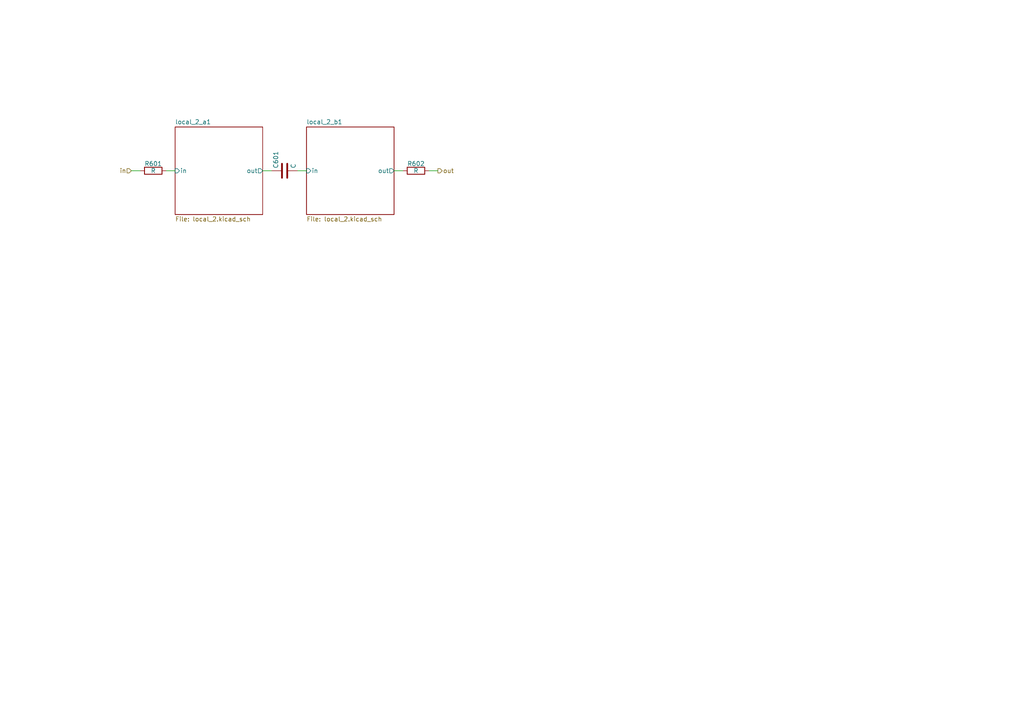
<source format=kicad_sch>
(kicad_sch (version 20231120) (generator "eeschema") (generator_version "8.0")
  (paper "A4")
  (lib_symbols
    (symbol "Device:C" (pin_numbers hide) (pin_names (offset 0.254))
      (property "Reference" "C" (at 0.635 2.54 0))
      (property "Value" "C" (at 0.635 -2.54 0))
      (symbol "C_0_1"
        (polyline (pts (xy -2.032 -0.762) (xy 2.032 -0.762)) (stroke (width 0.508)))
        (polyline (pts (xy -2.032 0.762) (xy 2.032 0.762)) (stroke (width 0.508)))
      )
      (symbol "C_1_1"
        (pin passive line (at 0 3.81 270) (length 2.794) (name "~") (number "1"))
        (pin passive line (at 0 -3.81 90) (length 2.794) (name "~") (number "2"))
      )
    )
    (symbol "Device:R" (pin_numbers hide) (pin_names (offset 0))
      (property "Reference" "R" (at 2.032 0 90))
      (property "Value" "R" (at 0 0 90))
      (symbol "R_0_1"
        (rectangle (start -1.016 -2.54) (end 1.016 2.54) (stroke (width 0.254)))
      )
      (symbol "R_1_1"
        (pin passive line (at 0 3.81 270) (length 1.27) (name "~") (number "1"))
        (pin passive line (at 0 -3.81 90) (length 1.27) (name "~") (number "2"))
      )
    )
  )
  (wire (pts (xy 48.26 49.53) (xy 50.8 49.53)))
  (wire (pts (xy 76.2 49.53) (xy 78.74 49.53)))
  (wire (pts (xy 124.46 49.53) (xy 127 49.53)))
  (wire (pts (xy 86.36 49.53) (xy 88.9 49.53)))
  (wire (pts (xy 38.1 49.53) (xy 40.64 49.53)))
  (wire (pts (xy 114.3 49.53) (xy 116.84 49.53)))
  (hierarchical_label "out" (shape output) (at 127 49.53 0))
  (hierarchical_label "in" (shape input) (at 38.1 49.53 180))
  (symbol (lib_id "Device:R") (at 120.65 49.53 90) (unit 1)
    (property "Reference" "R602" (at 120.65 47.498 90))
    (property "Value" "R" (at 120.65 49.53 90))
    (property "Footprint" "Resistor_SMD:R_1206_3216Metric" (effects (hide yes)))
    (property "Description" "Resistor" (effects (hide yes)))
  )
  (symbol (lib_id "Device:R") (at 44.45 49.53 90) (unit 1)
    (property "Reference" "R601" (at 44.45 47.498 90))
    (property "Value" "R" (at 44.45 49.53 90))
    (property "Footprint" "Resistor_SMD:R_1206_3216Metric" (effects (hide yes)))
    (property "Description" "Resistor" (effects (hide yes)))
  )
  (symbol (lib_id "Device:C") (at 82.55 49.53 90) (unit 1)
    (property "Reference" "C601" (at 80.01 48.895 0) (effects (justify left)))
    (property "Value" "C" (at 85.09 48.895 0) (effects (justify left)))
    (property "Footprint" "Capacitor_SMD:C_1206_3216Metric" (effects (hide yes)))
    (property "Description" "Unpolarized capacitor" (effects (hide yes)))
  )
  (sheet (at 50.8 36.83) (size 25.4 25.4) (stroke (width 0.1524))
    (property "Sheetname" "local_2_a1" (at 50.8 36.1184 0) (effects (justify left bottom)))
    (property "Sheetfile" "local_2.kicad_sch" (at 50.8 62.8146 0) (effects (justify left top)))
    (pin "out" output (at 76.2 49.53 0))
    (pin "in" input (at 50.8 49.53 180))
  )
  (sheet (at 88.9 36.83) (size 25.4 25.4) (stroke (width 0.1524))
    (property "Sheetname" "local_2_b1" (at 88.9 36.1184 0) (effects (justify left bottom)))
    (property "Sheetfile" "local_2.kicad_sch" (at 88.9 62.8146 0) (effects (justify left top)))
    (pin "out" output (at 114.3 49.53 0))
    (pin "in" input (at 88.9 49.53 180))
  )
)
</source>
